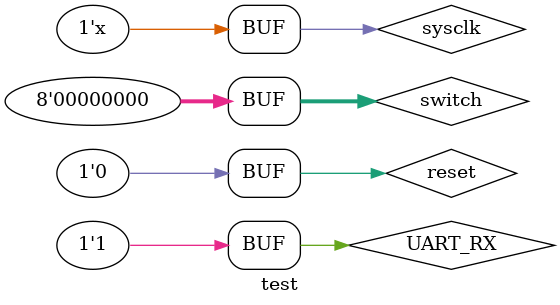
<source format=v>
`timescale 1ns/1ns
module test;
reg sysclk;
reg reset;
reg UART_RX;
reg [7:0]switch;
wire [11:0]digi;
wire [7:0]led;
wire UART_TX;

initial 
begin 
	sysclk=0;
	reset=0;
	switch=8'b0000_0000;
	#10 reset=1;
	#3  reset=0;
	#10000 UART_RX=0;			//significant bit
	#104167 UART_RX=1;	#104167 UART_RX=0;	#104167 UART_RX=1;	#104167 UART_RX=0;
	#104168 UART_RX=1;	#104167 UART_RX=0;	#104167 UART_RX=1;	#104167 UART_RX=0;	//0101_0101,85
	#104167 UART_RX=1;
	#900000 UART_RX=0;			//significant bit
	#104167 UART_RX=1;	#104167 UART_RX=1;	#104167 UART_RX=1;	#104167 UART_RX=1;
	#104168 UART_RX=1;	#104167 UART_RX=1;	#104167 UART_RX=1;	#104167 UART_RX=1;	//1111_1111,255
	#104167 UART_RX=1;
	#5000000 UART_RX=0;
	#104167 UART_RX=0;	
	#104167 UART_RX=1;	#104167 UART_RX=0;	#104167 UART_RX=1;	#104167 UART_RX=1;	
	#104167 UART_RX=1;	#104167 UART_RX=1;	#104167 UART_RX=1;	#104167 UART_RX=1;	//1111_1010,250
	#900000 UART_RX=0;			//significant bit
	#104167 UART_RX=0;	#104167 UART_RX=1;	#104167 UART_RX=1;	#104167 UART_RX=0;
	#104168 UART_RX=0;	#104167 UART_RX=0;	#104167 UART_RX=1;	#104167 UART_RX=1;	//1100_0110,198
	#104167 UART_RX=1;


end
always #5 sysclk=~sysclk;
CPU_P CPU1(.reset(reset), .sysclk(sysclk), .switch(switch), .UART_RX(UART_RX), .digi(digi), .led(led), .UART_TX(UART_TX));
endmodule 

</source>
